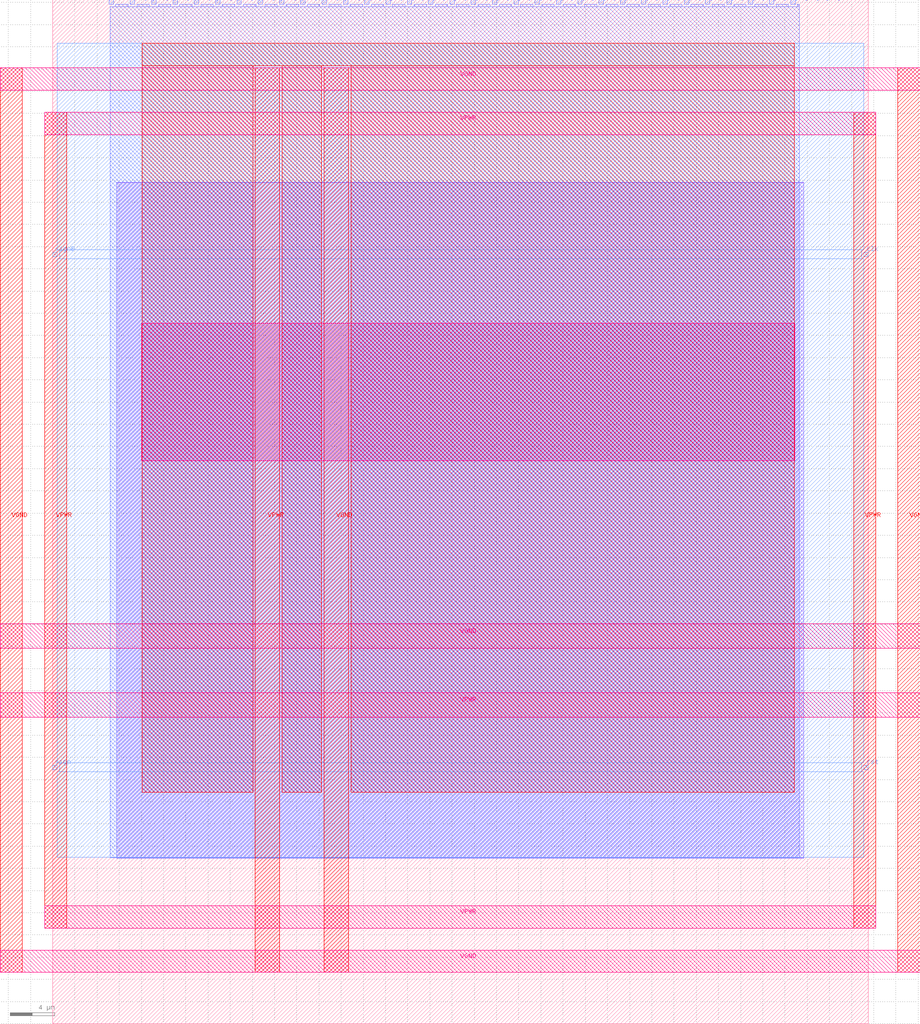
<source format=lef>
VERSION 5.7 ;
  NOWIREEXTENSIONATPIN ON ;
  DIVIDERCHAR "/" ;
  BUSBITCHARS "[]" ;
MACRO DigitalSine
  CLASS BLOCK ;
  FOREIGN DigitalSine ;
  ORIGIN 0.000 0.000 ;
  SIZE 73.510 BY 92.230 ;
  PIN VGND
    DIRECTION INOUT ;
    USE GROUND ;
    PORT
      LAYER Metal4 ;
        RECT -4.740 4.620 -2.740 86.100 ;
    END
    PORT
      LAYER Metal5 ;
        RECT -4.740 4.620 78.180 6.620 ;
    END
    PORT
      LAYER Metal5 ;
        RECT -4.740 84.100 78.180 86.100 ;
    END
    PORT
      LAYER Metal4 ;
        RECT 76.180 4.620 78.180 86.100 ;
    END
    PORT
      LAYER Metal4 ;
        RECT 24.460 4.620 26.660 86.100 ;
    END
    PORT
      LAYER Metal5 ;
        RECT -4.740 33.820 78.180 36.020 ;
    END
  END VGND
  PIN VPWR
    DIRECTION INOUT ;
    USE POWER ;
    PORT
      LAYER Metal4 ;
        RECT -0.740 8.620 1.260 82.100 ;
    END
    PORT
      LAYER Metal5 ;
        RECT -0.740 8.620 74.180 10.620 ;
    END
    PORT
      LAYER Metal5 ;
        RECT -0.740 80.100 74.180 82.100 ;
    END
    PORT
      LAYER Metal4 ;
        RECT 72.180 8.620 74.180 82.100 ;
    END
    PORT
      LAYER Metal4 ;
        RECT 18.260 4.620 20.460 86.100 ;
    END
    PORT
      LAYER Metal5 ;
        RECT -4.740 27.620 78.180 29.820 ;
    END
  END VPWR
  PIN clk
    DIRECTION INPUT ;
    USE SIGNAL ;
    ANTENNAGATEAREA 0.725400 ;
    PORT
      LAYER Metal3 ;
        RECT 73.110 69.100 73.510 69.500 ;
    END
  END clk
  PIN rst
    DIRECTION INPUT ;
    USE SIGNAL ;
    ANTENNAGATEAREA 0.180700 ;
    PORT
      LAYER Metal3 ;
        RECT 73.110 22.900 73.510 23.300 ;
    END
  END rst
  PIN sign
    DIRECTION OUTPUT ;
    USE SIGNAL ;
    ANTENNADIFFAREA 0.708600 ;
    PORT
      LAYER Metal3 ;
        RECT 0.000 22.900 0.400 23.300 ;
    END
  END sign
  PIN signB
    DIRECTION OUTPUT ;
    USE SIGNAL ;
    ANTENNADIFFAREA 0.708600 ;
    PORT
      LAYER Metal3 ;
        RECT 0.000 69.100 0.400 69.500 ;
    END
  END signB
  PIN sine_out[0]
    DIRECTION OUTPUT ;
    USE SIGNAL ;
    ANTENNADIFFAREA 0.708600 ;
    PORT
      LAYER Metal2 ;
        RECT 5.080 91.830 5.480 92.230 ;
    END
  END sine_out[0]
  PIN sine_out[10]
    DIRECTION OUTPUT ;
    USE SIGNAL ;
    ANTENNADIFFAREA 0.708600 ;
    PORT
      LAYER Metal2 ;
        RECT 24.280 91.830 24.680 92.230 ;
    END
  END sine_out[10]
  PIN sine_out[11]
    DIRECTION OUTPUT ;
    USE SIGNAL ;
    ANTENNADIFFAREA 0.708600 ;
    PORT
      LAYER Metal2 ;
        RECT 26.200 91.830 26.600 92.230 ;
    END
  END sine_out[11]
  PIN sine_out[12]
    DIRECTION OUTPUT ;
    USE SIGNAL ;
    ANTENNADIFFAREA 0.708600 ;
    PORT
      LAYER Metal2 ;
        RECT 28.120 91.830 28.520 92.230 ;
    END
  END sine_out[12]
  PIN sine_out[13]
    DIRECTION OUTPUT ;
    USE SIGNAL ;
    ANTENNADIFFAREA 0.708600 ;
    PORT
      LAYER Metal2 ;
        RECT 30.040 91.830 30.440 92.230 ;
    END
  END sine_out[13]
  PIN sine_out[14]
    DIRECTION OUTPUT ;
    USE SIGNAL ;
    ANTENNADIFFAREA 0.708600 ;
    PORT
      LAYER Metal2 ;
        RECT 31.960 91.830 32.360 92.230 ;
    END
  END sine_out[14]
  PIN sine_out[15]
    DIRECTION OUTPUT ;
    USE SIGNAL ;
    ANTENNADIFFAREA 0.708600 ;
    PORT
      LAYER Metal2 ;
        RECT 33.880 91.830 34.280 92.230 ;
    END
  END sine_out[15]
  PIN sine_out[16]
    DIRECTION OUTPUT ;
    USE SIGNAL ;
    ANTENNADIFFAREA 0.708600 ;
    PORT
      LAYER Metal2 ;
        RECT 35.800 91.830 36.200 92.230 ;
    END
  END sine_out[16]
  PIN sine_out[17]
    DIRECTION OUTPUT ;
    USE SIGNAL ;
    ANTENNADIFFAREA 0.708600 ;
    PORT
      LAYER Metal2 ;
        RECT 37.720 91.830 38.120 92.230 ;
    END
  END sine_out[17]
  PIN sine_out[18]
    DIRECTION OUTPUT ;
    USE SIGNAL ;
    ANTENNADIFFAREA 0.708600 ;
    PORT
      LAYER Metal2 ;
        RECT 39.640 91.830 40.040 92.230 ;
    END
  END sine_out[18]
  PIN sine_out[19]
    DIRECTION OUTPUT ;
    USE SIGNAL ;
    ANTENNADIFFAREA 0.708600 ;
    PORT
      LAYER Metal2 ;
        RECT 41.560 91.830 41.960 92.230 ;
    END
  END sine_out[19]
  PIN sine_out[1]
    DIRECTION OUTPUT ;
    USE SIGNAL ;
    ANTENNADIFFAREA 0.708600 ;
    PORT
      LAYER Metal2 ;
        RECT 7.000 91.830 7.400 92.230 ;
    END
  END sine_out[1]
  PIN sine_out[20]
    DIRECTION OUTPUT ;
    USE SIGNAL ;
    ANTENNADIFFAREA 0.708600 ;
    PORT
      LAYER Metal2 ;
        RECT 43.480 91.830 43.880 92.230 ;
    END
  END sine_out[20]
  PIN sine_out[21]
    DIRECTION OUTPUT ;
    USE SIGNAL ;
    ANTENNADIFFAREA 0.708600 ;
    PORT
      LAYER Metal2 ;
        RECT 45.400 91.830 45.800 92.230 ;
    END
  END sine_out[21]
  PIN sine_out[22]
    DIRECTION OUTPUT ;
    USE SIGNAL ;
    ANTENNADIFFAREA 0.708600 ;
    PORT
      LAYER Metal2 ;
        RECT 47.320 91.830 47.720 92.230 ;
    END
  END sine_out[22]
  PIN sine_out[23]
    DIRECTION OUTPUT ;
    USE SIGNAL ;
    ANTENNADIFFAREA 0.708600 ;
    PORT
      LAYER Metal2 ;
        RECT 49.240 91.830 49.640 92.230 ;
    END
  END sine_out[23]
  PIN sine_out[24]
    DIRECTION OUTPUT ;
    USE SIGNAL ;
    ANTENNADIFFAREA 0.708600 ;
    PORT
      LAYER Metal2 ;
        RECT 51.160 91.830 51.560 92.230 ;
    END
  END sine_out[24]
  PIN sine_out[25]
    DIRECTION OUTPUT ;
    USE SIGNAL ;
    ANTENNADIFFAREA 0.708600 ;
    PORT
      LAYER Metal2 ;
        RECT 53.080 91.830 53.480 92.230 ;
    END
  END sine_out[25]
  PIN sine_out[26]
    DIRECTION OUTPUT ;
    USE SIGNAL ;
    ANTENNADIFFAREA 0.708600 ;
    PORT
      LAYER Metal2 ;
        RECT 55.000 91.830 55.400 92.230 ;
    END
  END sine_out[26]
  PIN sine_out[27]
    DIRECTION OUTPUT ;
    USE SIGNAL ;
    ANTENNADIFFAREA 0.708600 ;
    PORT
      LAYER Metal2 ;
        RECT 56.920 91.830 57.320 92.230 ;
    END
  END sine_out[27]
  PIN sine_out[28]
    DIRECTION OUTPUT ;
    USE SIGNAL ;
    ANTENNADIFFAREA 0.708600 ;
    PORT
      LAYER Metal2 ;
        RECT 58.840 91.830 59.240 92.230 ;
    END
  END sine_out[28]
  PIN sine_out[29]
    DIRECTION OUTPUT ;
    USE SIGNAL ;
    ANTENNADIFFAREA 0.708600 ;
    PORT
      LAYER Metal2 ;
        RECT 60.760 91.830 61.160 92.230 ;
    END
  END sine_out[29]
  PIN sine_out[2]
    DIRECTION OUTPUT ;
    USE SIGNAL ;
    ANTENNADIFFAREA 0.708600 ;
    PORT
      LAYER Metal2 ;
        RECT 8.920 91.830 9.320 92.230 ;
    END
  END sine_out[2]
  PIN sine_out[30]
    DIRECTION OUTPUT ;
    USE SIGNAL ;
    ANTENNADIFFAREA 0.708600 ;
    PORT
      LAYER Metal2 ;
        RECT 62.680 91.830 63.080 92.230 ;
    END
  END sine_out[30]
  PIN sine_out[31]
    DIRECTION OUTPUT ;
    USE SIGNAL ;
    ANTENNADIFFAREA 0.708600 ;
    PORT
      LAYER Metal2 ;
        RECT 64.600 91.830 65.000 92.230 ;
    END
  END sine_out[31]
  PIN sine_out[32]
    DIRECTION OUTPUT ;
    USE SIGNAL ;
    ANTENNADIFFAREA 0.708600 ;
    PORT
      LAYER Metal2 ;
        RECT 66.520 91.830 66.920 92.230 ;
    END
  END sine_out[32]
  PIN sine_out[3]
    DIRECTION OUTPUT ;
    USE SIGNAL ;
    ANTENNADIFFAREA 0.708600 ;
    PORT
      LAYER Metal2 ;
        RECT 10.840 91.830 11.240 92.230 ;
    END
  END sine_out[3]
  PIN sine_out[4]
    DIRECTION OUTPUT ;
    USE SIGNAL ;
    ANTENNADIFFAREA 0.708600 ;
    PORT
      LAYER Metal2 ;
        RECT 12.760 91.830 13.160 92.230 ;
    END
  END sine_out[4]
  PIN sine_out[5]
    DIRECTION OUTPUT ;
    USE SIGNAL ;
    ANTENNADIFFAREA 0.708600 ;
    PORT
      LAYER Metal2 ;
        RECT 14.680 91.830 15.080 92.230 ;
    END
  END sine_out[5]
  PIN sine_out[6]
    DIRECTION OUTPUT ;
    USE SIGNAL ;
    ANTENNADIFFAREA 0.708600 ;
    PORT
      LAYER Metal2 ;
        RECT 16.600 91.830 17.000 92.230 ;
    END
  END sine_out[6]
  PIN sine_out[7]
    DIRECTION OUTPUT ;
    USE SIGNAL ;
    ANTENNADIFFAREA 0.708600 ;
    PORT
      LAYER Metal2 ;
        RECT 18.520 91.830 18.920 92.230 ;
    END
  END sine_out[7]
  PIN sine_out[8]
    DIRECTION OUTPUT ;
    USE SIGNAL ;
    ANTENNADIFFAREA 0.708600 ;
    PORT
      LAYER Metal2 ;
        RECT 20.440 91.830 20.840 92.230 ;
    END
  END sine_out[8]
  PIN sine_out[9]
    DIRECTION OUTPUT ;
    USE SIGNAL ;
    ANTENNADIFFAREA 0.708600 ;
    PORT
      LAYER Metal2 ;
        RECT 22.360 91.830 22.760 92.230 ;
    END
  END sine_out[9]
  OBS
      LAYER GatPoly ;
        RECT 5.760 14.970 67.680 75.750 ;
      LAYER Metal1 ;
        RECT 5.760 14.900 67.680 75.820 ;
      LAYER Metal2 ;
        RECT 5.690 91.620 6.790 91.830 ;
        RECT 7.610 91.620 8.710 91.830 ;
        RECT 9.530 91.620 10.630 91.830 ;
        RECT 11.450 91.620 12.550 91.830 ;
        RECT 13.370 91.620 14.470 91.830 ;
        RECT 15.290 91.620 16.390 91.830 ;
        RECT 17.210 91.620 18.310 91.830 ;
        RECT 19.130 91.620 20.230 91.830 ;
        RECT 21.050 91.620 22.150 91.830 ;
        RECT 22.970 91.620 24.070 91.830 ;
        RECT 24.890 91.620 25.990 91.830 ;
        RECT 26.810 91.620 27.910 91.830 ;
        RECT 28.730 91.620 29.830 91.830 ;
        RECT 30.650 91.620 31.750 91.830 ;
        RECT 32.570 91.620 33.670 91.830 ;
        RECT 34.490 91.620 35.590 91.830 ;
        RECT 36.410 91.620 37.510 91.830 ;
        RECT 38.330 91.620 39.430 91.830 ;
        RECT 40.250 91.620 41.350 91.830 ;
        RECT 42.170 91.620 43.270 91.830 ;
        RECT 44.090 91.620 45.190 91.830 ;
        RECT 46.010 91.620 47.110 91.830 ;
        RECT 47.930 91.620 49.030 91.830 ;
        RECT 49.850 91.620 50.950 91.830 ;
        RECT 51.770 91.620 52.870 91.830 ;
        RECT 53.690 91.620 54.790 91.830 ;
        RECT 55.610 91.620 56.710 91.830 ;
        RECT 57.530 91.620 58.630 91.830 ;
        RECT 59.450 91.620 60.550 91.830 ;
        RECT 61.370 91.620 62.470 91.830 ;
        RECT 63.290 91.620 64.390 91.830 ;
        RECT 65.210 91.620 66.310 91.830 ;
        RECT 67.130 91.620 67.305 91.830 ;
        RECT 5.180 14.975 67.305 91.620 ;
      LAYER Metal3 ;
        RECT 0.400 69.710 73.110 88.305 ;
        RECT 0.610 68.890 72.900 69.710 ;
        RECT 0.400 23.510 73.110 68.890 ;
        RECT 0.610 22.690 72.900 23.510 ;
        RECT 0.400 15.020 73.110 22.690 ;
      LAYER Metal4 ;
        RECT 8.055 86.310 66.825 88.345 ;
        RECT 8.055 20.855 18.050 86.310 ;
        RECT 20.670 20.855 24.250 86.310 ;
        RECT 26.870 20.855 66.825 86.310 ;
      LAYER Metal5 ;
        RECT 8.015 50.720 66.865 63.100 ;
  END
END DigitalSine
END LIBRARY


</source>
